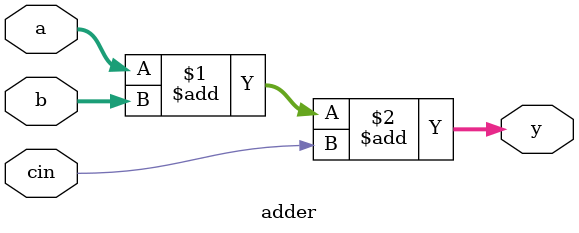
<source format=sv>
module adder #(parameter WIDTH = 8)
              (input  logic [WIDTH-1:0] a, b,
               input  logic             cin,
               output logic [WIDTH-1:0] y);

  assign y = a + b + cin;
endmodule

</source>
